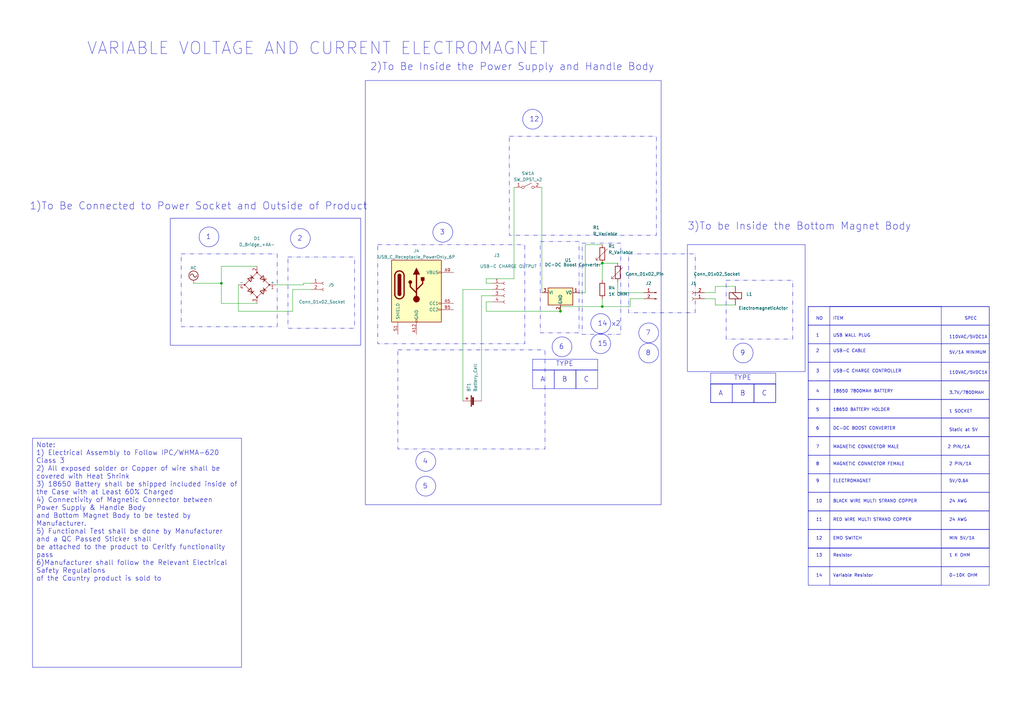
<source format=kicad_sch>
(kicad_sch (version 20230121) (generator eeschema)

  (uuid 0c51aa83-2cc4-4414-8a2b-f591985e0a61)

  (paper "A3")

  (lib_symbols
    (symbol "Connector:Conn_01x02_Pin" (pin_names (offset 1.016) hide) (in_bom yes) (on_board yes)
      (property "Reference" "J" (at 0 2.54 0)
        (effects (font (size 1.27 1.27)))
      )
      (property "Value" "Conn_01x02_Pin" (at 0 -5.08 0)
        (effects (font (size 1.27 1.27)))
      )
      (property "Footprint" "" (at 0 0 0)
        (effects (font (size 1.27 1.27)) hide)
      )
      (property "Datasheet" "~" (at 0 0 0)
        (effects (font (size 1.27 1.27)) hide)
      )
      (property "ki_locked" "" (at 0 0 0)
        (effects (font (size 1.27 1.27)))
      )
      (property "ki_keywords" "connector" (at 0 0 0)
        (effects (font (size 1.27 1.27)) hide)
      )
      (property "ki_description" "Generic connector, single row, 01x02, script generated" (at 0 0 0)
        (effects (font (size 1.27 1.27)) hide)
      )
      (property "ki_fp_filters" "Connector*:*_1x??_*" (at 0 0 0)
        (effects (font (size 1.27 1.27)) hide)
      )
      (symbol "Conn_01x02_Pin_1_1"
        (polyline
          (pts
            (xy 1.27 -2.54)
            (xy 0.8636 -2.54)
          )
          (stroke (width 0.1524) (type default))
          (fill (type none))
        )
        (polyline
          (pts
            (xy 1.27 0)
            (xy 0.8636 0)
          )
          (stroke (width 0.1524) (type default))
          (fill (type none))
        )
        (rectangle (start 0.8636 -2.413) (end 0 -2.667)
          (stroke (width 0.1524) (type default))
          (fill (type outline))
        )
        (rectangle (start 0.8636 0.127) (end 0 -0.127)
          (stroke (width 0.1524) (type default))
          (fill (type outline))
        )
        (pin passive line (at 5.08 0 180) (length 3.81)
          (name "Pin_1" (effects (font (size 1.27 1.27))))
          (number "1" (effects (font (size 1.27 1.27))))
        )
        (pin passive line (at 5.08 -2.54 180) (length 3.81)
          (name "Pin_2" (effects (font (size 1.27 1.27))))
          (number "2" (effects (font (size 1.27 1.27))))
        )
      )
    )
    (symbol "Connector:Conn_01x02_Socket" (pin_names (offset 1.016) hide) (in_bom yes) (on_board yes)
      (property "Reference" "J" (at 0 2.54 0)
        (effects (font (size 1.27 1.27)))
      )
      (property "Value" "Conn_01x02_Socket" (at 0 -5.08 0)
        (effects (font (size 1.27 1.27)))
      )
      (property "Footprint" "" (at 0 0 0)
        (effects (font (size 1.27 1.27)) hide)
      )
      (property "Datasheet" "~" (at 0 0 0)
        (effects (font (size 1.27 1.27)) hide)
      )
      (property "ki_locked" "" (at 0 0 0)
        (effects (font (size 1.27 1.27)))
      )
      (property "ki_keywords" "connector" (at 0 0 0)
        (effects (font (size 1.27 1.27)) hide)
      )
      (property "ki_description" "Generic connector, single row, 01x02, script generated" (at 0 0 0)
        (effects (font (size 1.27 1.27)) hide)
      )
      (property "ki_fp_filters" "Connector*:*_1x??_*" (at 0 0 0)
        (effects (font (size 1.27 1.27)) hide)
      )
      (symbol "Conn_01x02_Socket_1_1"
        (arc (start 0 -2.032) (mid -0.5058 -2.54) (end 0 -3.048)
          (stroke (width 0.1524) (type default))
          (fill (type none))
        )
        (polyline
          (pts
            (xy -1.27 -2.54)
            (xy -0.508 -2.54)
          )
          (stroke (width 0.1524) (type default))
          (fill (type none))
        )
        (polyline
          (pts
            (xy -1.27 0)
            (xy -0.508 0)
          )
          (stroke (width 0.1524) (type default))
          (fill (type none))
        )
        (arc (start 0 0.508) (mid -0.5058 0) (end 0 -0.508)
          (stroke (width 0.1524) (type default))
          (fill (type none))
        )
        (pin passive line (at -5.08 0 0) (length 3.81)
          (name "Pin_1" (effects (font (size 1.27 1.27))))
          (number "1" (effects (font (size 1.27 1.27))))
        )
        (pin passive line (at -5.08 -2.54 0) (length 3.81)
          (name "Pin_2" (effects (font (size 1.27 1.27))))
          (number "2" (effects (font (size 1.27 1.27))))
        )
      )
    )
    (symbol "Connector:Conn_01x04_Socket" (pin_names (offset 1.016) hide) (in_bom yes) (on_board yes)
      (property "Reference" "J" (at 0 5.08 0)
        (effects (font (size 1.27 1.27)))
      )
      (property "Value" "Conn_01x04_Socket" (at 0 -7.62 0)
        (effects (font (size 1.27 1.27)))
      )
      (property "Footprint" "" (at 0 0 0)
        (effects (font (size 1.27 1.27)) hide)
      )
      (property "Datasheet" "~" (at 0 0 0)
        (effects (font (size 1.27 1.27)) hide)
      )
      (property "ki_locked" "" (at 0 0 0)
        (effects (font (size 1.27 1.27)))
      )
      (property "ki_keywords" "connector" (at 0 0 0)
        (effects (font (size 1.27 1.27)) hide)
      )
      (property "ki_description" "Generic connector, single row, 01x04, script generated" (at 0 0 0)
        (effects (font (size 1.27 1.27)) hide)
      )
      (property "ki_fp_filters" "Connector*:*_1x??_*" (at 0 0 0)
        (effects (font (size 1.27 1.27)) hide)
      )
      (symbol "Conn_01x04_Socket_1_1"
        (arc (start 0 -4.572) (mid -0.5058 -5.08) (end 0 -5.588)
          (stroke (width 0.1524) (type default))
          (fill (type none))
        )
        (arc (start 0 -2.032) (mid -0.5058 -2.54) (end 0 -3.048)
          (stroke (width 0.1524) (type default))
          (fill (type none))
        )
        (polyline
          (pts
            (xy -1.27 -5.08)
            (xy -0.508 -5.08)
          )
          (stroke (width 0.1524) (type default))
          (fill (type none))
        )
        (polyline
          (pts
            (xy -1.27 -2.54)
            (xy -0.508 -2.54)
          )
          (stroke (width 0.1524) (type default))
          (fill (type none))
        )
        (polyline
          (pts
            (xy -1.27 0)
            (xy -0.508 0)
          )
          (stroke (width 0.1524) (type default))
          (fill (type none))
        )
        (polyline
          (pts
            (xy -1.27 2.54)
            (xy -0.508 2.54)
          )
          (stroke (width 0.1524) (type default))
          (fill (type none))
        )
        (arc (start 0 0.508) (mid -0.5058 0) (end 0 -0.508)
          (stroke (width 0.1524) (type default))
          (fill (type none))
        )
        (arc (start 0 3.048) (mid -0.5058 2.54) (end 0 2.032)
          (stroke (width 0.1524) (type default))
          (fill (type none))
        )
        (pin passive line (at -5.08 2.54 0) (length 3.81)
          (name "Pin_1" (effects (font (size 1.27 1.27))))
          (number "1" (effects (font (size 1.27 1.27))))
        )
        (pin passive line (at -5.08 0 0) (length 3.81)
          (name "Pin_2" (effects (font (size 1.27 1.27))))
          (number "2" (effects (font (size 1.27 1.27))))
        )
        (pin passive line (at -5.08 -2.54 0) (length 3.81)
          (name "Pin_3" (effects (font (size 1.27 1.27))))
          (number "3" (effects (font (size 1.27 1.27))))
        )
        (pin passive line (at -5.08 -5.08 0) (length 3.81)
          (name "Pin_4" (effects (font (size 1.27 1.27))))
          (number "4" (effects (font (size 1.27 1.27))))
        )
      )
    )
    (symbol "Connector:USB_C_Receptacle_PowerOnly_6P" (pin_names (offset 1.016)) (in_bom yes) (on_board yes)
      (property "Reference" "J" (at 0 16.51 0)
        (effects (font (size 1.27 1.27)) (justify bottom))
      )
      (property "Value" "USB_C_Receptacle_PowerOnly_6P" (at 0 13.97 0)
        (effects (font (size 1.27 1.27)) (justify bottom))
      )
      (property "Footprint" "" (at 3.81 2.54 0)
        (effects (font (size 1.27 1.27)) hide)
      )
      (property "Datasheet" "https://www.usb.org/sites/default/files/documents/usb_type-c.zip" (at 0 0 0)
        (effects (font (size 1.27 1.27)) hide)
      )
      (property "ki_keywords" "usb universal serial bus type-C power-only charging-only 6P 6C" (at 0 0 0)
        (effects (font (size 1.27 1.27)) hide)
      )
      (property "ki_description" "USB Power-Only 6P Type-C Receptacle connector" (at 0 0 0)
        (effects (font (size 1.27 1.27)) hide)
      )
      (property "ki_fp_filters" "USB*C*Receptacle*" (at 0 0 0)
        (effects (font (size 1.27 1.27)) hide)
      )
      (symbol "USB_C_Receptacle_PowerOnly_6P_0_0"
        (rectangle (start -0.254 -12.7) (end 0.254 -11.684)
          (stroke (width 0) (type default))
          (fill (type none))
        )
        (rectangle (start 10.16 -7.366) (end 9.144 -7.874)
          (stroke (width 0) (type default))
          (fill (type none))
        )
        (rectangle (start 10.16 -4.826) (end 9.144 -5.334)
          (stroke (width 0) (type default))
          (fill (type none))
        )
        (rectangle (start 10.16 7.874) (end 9.144 7.366)
          (stroke (width 0) (type default))
          (fill (type none))
        )
      )
      (symbol "USB_C_Receptacle_PowerOnly_6P_0_1"
        (rectangle (start -10.16 12.7) (end 10.16 -12.7)
          (stroke (width 0.254) (type default))
          (fill (type background))
        )
        (arc (start -8.89 -1.27) (mid -6.985 -3.1667) (end -5.08 -1.27)
          (stroke (width 0.508) (type default))
          (fill (type none))
        )
        (arc (start -7.62 -1.27) (mid -6.985 -1.9023) (end -6.35 -1.27)
          (stroke (width 0.254) (type default))
          (fill (type none))
        )
        (arc (start -7.62 -1.27) (mid -6.985 -1.9023) (end -6.35 -1.27)
          (stroke (width 0.254) (type default))
          (fill (type outline))
        )
        (rectangle (start -7.62 -1.27) (end -6.35 6.35)
          (stroke (width 0.254) (type default))
          (fill (type outline))
        )
        (arc (start -6.35 6.35) (mid -6.985 6.9823) (end -7.62 6.35)
          (stroke (width 0.254) (type default))
          (fill (type none))
        )
        (arc (start -6.35 6.35) (mid -6.985 6.9823) (end -7.62 6.35)
          (stroke (width 0.254) (type default))
          (fill (type outline))
        )
        (arc (start -5.08 6.35) (mid -6.985 8.2467) (end -8.89 6.35)
          (stroke (width 0.508) (type default))
          (fill (type none))
        )
        (circle (center -2.54 3.683) (radius 0.635)
          (stroke (width 0.254) (type default))
          (fill (type outline))
        )
        (circle (center 0 -3.302) (radius 1.27)
          (stroke (width 0) (type default))
          (fill (type outline))
        )
        (polyline
          (pts
            (xy -8.89 -1.27)
            (xy -8.89 6.35)
          )
          (stroke (width 0.508) (type default))
          (fill (type none))
        )
        (polyline
          (pts
            (xy -5.08 6.35)
            (xy -5.08 -1.27)
          )
          (stroke (width 0.508) (type default))
          (fill (type none))
        )
        (polyline
          (pts
            (xy 0 -3.302)
            (xy 0 6.858)
          )
          (stroke (width 0.508) (type default))
          (fill (type none))
        )
        (polyline
          (pts
            (xy 0 -0.762)
            (xy -2.54 1.778)
            (xy -2.54 3.048)
          )
          (stroke (width 0.508) (type default))
          (fill (type none))
        )
        (polyline
          (pts
            (xy 0 0.508)
            (xy 2.54 3.048)
            (xy 2.54 4.318)
          )
          (stroke (width 0.508) (type default))
          (fill (type none))
        )
        (polyline
          (pts
            (xy -1.27 6.858)
            (xy 0 9.398)
            (xy 1.27 6.858)
            (xy -1.27 6.858)
          )
          (stroke (width 0.254) (type default))
          (fill (type outline))
        )
        (rectangle (start 1.905 4.318) (end 3.175 5.588)
          (stroke (width 0.254) (type default))
          (fill (type outline))
        )
      )
      (symbol "USB_C_Receptacle_PowerOnly_6P_1_1"
        (pin passive line (at 0 -17.78 90) (length 5.08)
          (name "GND" (effects (font (size 1.27 1.27))))
          (number "A12" (effects (font (size 1.27 1.27))))
        )
        (pin bidirectional line (at 15.24 -5.08 180) (length 5.08)
          (name "CC1" (effects (font (size 1.27 1.27))))
          (number "A5" (effects (font (size 1.27 1.27))))
        )
        (pin passive line (at 15.24 7.62 180) (length 5.08)
          (name "VBUS" (effects (font (size 1.27 1.27))))
          (number "A9" (effects (font (size 1.27 1.27))))
        )
        (pin passive line (at 0 -17.78 90) (length 5.08) hide
          (name "GND" (effects (font (size 1.27 1.27))))
          (number "B12" (effects (font (size 1.27 1.27))))
        )
        (pin bidirectional line (at 15.24 -7.62 180) (length 5.08)
          (name "CC2" (effects (font (size 1.27 1.27))))
          (number "B5" (effects (font (size 1.27 1.27))))
        )
        (pin passive line (at 15.24 7.62 180) (length 5.08) hide
          (name "VBUS" (effects (font (size 1.27 1.27))))
          (number "B9" (effects (font (size 1.27 1.27))))
        )
        (pin passive line (at -7.62 -17.78 90) (length 5.08)
          (name "SHIELD" (effects (font (size 1.27 1.27))))
          (number "S1" (effects (font (size 1.27 1.27))))
        )
      )
    )
    (symbol "Device:Battery_Cell" (pin_numbers hide) (pin_names (offset 0) hide) (in_bom yes) (on_board yes)
      (property "Reference" "BT" (at 2.54 2.54 0)
        (effects (font (size 1.27 1.27)) (justify left))
      )
      (property "Value" "Battery_Cell" (at 2.54 0 0)
        (effects (font (size 1.27 1.27)) (justify left))
      )
      (property "Footprint" "" (at 0 1.524 90)
        (effects (font (size 1.27 1.27)) hide)
      )
      (property "Datasheet" "~" (at 0 1.524 90)
        (effects (font (size 1.27 1.27)) hide)
      )
      (property "ki_keywords" "battery cell" (at 0 0 0)
        (effects (font (size 1.27 1.27)) hide)
      )
      (property "ki_description" "Single-cell battery" (at 0 0 0)
        (effects (font (size 1.27 1.27)) hide)
      )
      (symbol "Battery_Cell_0_1"
        (rectangle (start -2.286 1.778) (end 2.286 1.524)
          (stroke (width 0) (type default))
          (fill (type outline))
        )
        (rectangle (start -1.5748 1.1938) (end 1.4732 0.6858)
          (stroke (width 0) (type default))
          (fill (type outline))
        )
        (polyline
          (pts
            (xy 0 0.762)
            (xy 0 0)
          )
          (stroke (width 0) (type default))
          (fill (type none))
        )
        (polyline
          (pts
            (xy 0 1.778)
            (xy 0 2.54)
          )
          (stroke (width 0) (type default))
          (fill (type none))
        )
        (polyline
          (pts
            (xy 0.508 3.429)
            (xy 1.524 3.429)
          )
          (stroke (width 0.254) (type default))
          (fill (type none))
        )
        (polyline
          (pts
            (xy 1.016 3.937)
            (xy 1.016 2.921)
          )
          (stroke (width 0.254) (type default))
          (fill (type none))
        )
      )
      (symbol "Battery_Cell_1_1"
        (pin passive line (at 0 5.08 270) (length 2.54)
          (name "+" (effects (font (size 1.27 1.27))))
          (number "1" (effects (font (size 1.27 1.27))))
        )
        (pin passive line (at 0 -2.54 90) (length 2.54)
          (name "-" (effects (font (size 1.27 1.27))))
          (number "2" (effects (font (size 1.27 1.27))))
        )
      )
    )
    (symbol "Device:D_Bridge_+AA-" (pin_names (offset 0)) (in_bom yes) (on_board yes)
      (property "Reference" "D" (at 2.54 6.985 0)
        (effects (font (size 1.27 1.27)) (justify left))
      )
      (property "Value" "D_Bridge_+AA-" (at 2.54 5.08 0)
        (effects (font (size 1.27 1.27)) (justify left))
      )
      (property "Footprint" "" (at 0 0 0)
        (effects (font (size 1.27 1.27)) hide)
      )
      (property "Datasheet" "~" (at 0 0 0)
        (effects (font (size 1.27 1.27)) hide)
      )
      (property "ki_keywords" "rectifier ACDC" (at 0 0 0)
        (effects (font (size 1.27 1.27)) hide)
      )
      (property "ki_description" "Diode bridge, +ve/AC/AC/-ve" (at 0 0 0)
        (effects (font (size 1.27 1.27)) hide)
      )
      (property "ki_fp_filters" "D*Bridge* D*Rectifier*" (at 0 0 0)
        (effects (font (size 1.27 1.27)) hide)
      )
      (symbol "D_Bridge_+AA-_0_1"
        (circle (center -5.08 0) (radius 0.254)
          (stroke (width 0) (type default))
          (fill (type outline))
        )
        (circle (center 0 -5.08) (radius 0.254)
          (stroke (width 0) (type default))
          (fill (type outline))
        )
        (polyline
          (pts
            (xy -2.54 3.81)
            (xy -1.27 2.54)
          )
          (stroke (width 0.254) (type default))
          (fill (type none))
        )
        (polyline
          (pts
            (xy -1.27 -2.54)
            (xy -2.54 -3.81)
          )
          (stroke (width 0.254) (type default))
          (fill (type none))
        )
        (polyline
          (pts
            (xy 2.54 -1.27)
            (xy 3.81 -2.54)
          )
          (stroke (width 0.254) (type default))
          (fill (type none))
        )
        (polyline
          (pts
            (xy 2.54 1.27)
            (xy 3.81 2.54)
          )
          (stroke (width 0.254) (type default))
          (fill (type none))
        )
        (polyline
          (pts
            (xy -3.81 2.54)
            (xy -2.54 1.27)
            (xy -1.905 3.175)
            (xy -3.81 2.54)
          )
          (stroke (width 0.254) (type default))
          (fill (type none))
        )
        (polyline
          (pts
            (xy -2.54 -1.27)
            (xy -3.81 -2.54)
            (xy -1.905 -3.175)
            (xy -2.54 -1.27)
          )
          (stroke (width 0.254) (type default))
          (fill (type none))
        )
        (polyline
          (pts
            (xy 1.27 2.54)
            (xy 2.54 3.81)
            (xy 3.175 1.905)
            (xy 1.27 2.54)
          )
          (stroke (width 0.254) (type default))
          (fill (type none))
        )
        (polyline
          (pts
            (xy 3.175 -1.905)
            (xy 1.27 -2.54)
            (xy 2.54 -3.81)
            (xy 3.175 -1.905)
          )
          (stroke (width 0.254) (type default))
          (fill (type none))
        )
        (polyline
          (pts
            (xy -5.08 0)
            (xy 0 -5.08)
            (xy 5.08 0)
            (xy 0 5.08)
            (xy -5.08 0)
          )
          (stroke (width 0) (type default))
          (fill (type none))
        )
        (circle (center 0 5.08) (radius 0.254)
          (stroke (width 0) (type default))
          (fill (type outline))
        )
        (circle (center 5.08 0) (radius 0.254)
          (stroke (width 0) (type default))
          (fill (type outline))
        )
      )
      (symbol "D_Bridge_+AA-_1_1"
        (pin passive line (at 7.62 0 180) (length 2.54)
          (name "+" (effects (font (size 1.27 1.27))))
          (number "1" (effects (font (size 1.27 1.27))))
        )
        (pin passive line (at 0 7.62 270) (length 2.54)
          (name "~" (effects (font (size 1.27 1.27))))
          (number "2" (effects (font (size 1.27 1.27))))
        )
        (pin passive line (at 0 -7.62 90) (length 2.54)
          (name "~" (effects (font (size 1.27 1.27))))
          (number "3" (effects (font (size 1.27 1.27))))
        )
        (pin passive line (at -7.62 0 0) (length 2.54)
          (name "-" (effects (font (size 1.27 1.27))))
          (number "4" (effects (font (size 1.27 1.27))))
        )
      )
    )
    (symbol "Device:ElectromagneticActor" (pin_numbers hide) (pin_names (offset 0.0254) hide) (in_bom yes) (on_board yes)
      (property "Reference" "L" (at 1.27 3.81 0)
        (effects (font (size 1.27 1.27)) (justify left))
      )
      (property "Value" "ElectromagneticActor" (at 1.27 -1.27 0)
        (effects (font (size 1.27 1.27)) (justify left))
      )
      (property "Footprint" "" (at -0.635 2.54 90)
        (effects (font (size 1.27 1.27)) hide)
      )
      (property "Datasheet" "~" (at -0.635 2.54 90)
        (effects (font (size 1.27 1.27)) hide)
      )
      (property "ki_keywords" "electromagnet coil inductor" (at 0 0 0)
        (effects (font (size 1.27 1.27)) hide)
      )
      (property "ki_description" "Electromagnetic actor" (at 0 0 0)
        (effects (font (size 1.27 1.27)) hide)
      )
      (property "ki_fp_filters" "Inductor_* L_*" (at 0 0 0)
        (effects (font (size 1.27 1.27)) hide)
      )
      (symbol "ElectromagneticActor_0_1"
        (rectangle (start -2.54 2.54) (end 2.54 0)
          (stroke (width 0.254) (type default))
          (fill (type none))
        )
        (polyline
          (pts
            (xy -1.27 2.54)
            (xy 1.27 0)
          )
          (stroke (width 0.254) (type default))
          (fill (type none))
        )
      )
      (symbol "ElectromagneticActor_1_1"
        (pin passive line (at 0 5.08 270) (length 2.54)
          (name "-" (effects (font (size 1.27 1.27))))
          (number "1" (effects (font (size 1.27 1.27))))
        )
        (pin passive line (at 0 -2.54 90) (length 2.54)
          (name "+" (effects (font (size 1.27 1.27))))
          (number "2" (effects (font (size 1.27 1.27))))
        )
      )
    )
    (symbol "Device:R" (pin_numbers hide) (pin_names (offset 0)) (in_bom yes) (on_board yes)
      (property "Reference" "R" (at 2.032 0 90)
        (effects (font (size 1.27 1.27)))
      )
      (property "Value" "R" (at 0 0 90)
        (effects (font (size 1.27 1.27)))
      )
      (property "Footprint" "" (at -1.778 0 90)
        (effects (font (size 1.27 1.27)) hide)
      )
      (property "Datasheet" "~" (at 0 0 0)
        (effects (font (size 1.27 1.27)) hide)
      )
      (property "ki_keywords" "R res resistor" (at 0 0 0)
        (effects (font (size 1.27 1.27)) hide)
      )
      (property "ki_description" "Resistor" (at 0 0 0)
        (effects (font (size 1.27 1.27)) hide)
      )
      (property "ki_fp_filters" "R_*" (at 0 0 0)
        (effects (font (size 1.27 1.27)) hide)
      )
      (symbol "R_0_1"
        (rectangle (start -1.016 -2.54) (end 1.016 2.54)
          (stroke (width 0.254) (type default))
          (fill (type none))
        )
      )
      (symbol "R_1_1"
        (pin passive line (at 0 3.81 270) (length 1.27)
          (name "~" (effects (font (size 1.27 1.27))))
          (number "1" (effects (font (size 1.27 1.27))))
        )
        (pin passive line (at 0 -3.81 90) (length 1.27)
          (name "~" (effects (font (size 1.27 1.27))))
          (number "2" (effects (font (size 1.27 1.27))))
        )
      )
    )
    (symbol "Device:R_Variable" (pin_numbers hide) (pin_names (offset 0)) (in_bom yes) (on_board yes)
      (property "Reference" "R" (at 2.54 -2.54 90)
        (effects (font (size 1.27 1.27)) (justify left))
      )
      (property "Value" "R_Variable" (at -2.54 -1.27 90)
        (effects (font (size 1.27 1.27)) (justify left))
      )
      (property "Footprint" "" (at -1.778 0 90)
        (effects (font (size 1.27 1.27)) hide)
      )
      (property "Datasheet" "~" (at 0 0 0)
        (effects (font (size 1.27 1.27)) hide)
      )
      (property "ki_keywords" "R res resistor variable potentiometer rheostat" (at 0 0 0)
        (effects (font (size 1.27 1.27)) hide)
      )
      (property "ki_description" "Variable resistor" (at 0 0 0)
        (effects (font (size 1.27 1.27)) hide)
      )
      (property "ki_fp_filters" "R_*" (at 0 0 0)
        (effects (font (size 1.27 1.27)) hide)
      )
      (symbol "R_Variable_0_1"
        (rectangle (start -1.016 -2.54) (end 1.016 2.54)
          (stroke (width 0.254) (type default))
          (fill (type none))
        )
        (polyline
          (pts
            (xy 2.54 1.524)
            (xy 2.54 2.54)
            (xy 1.524 2.54)
            (xy 2.54 2.54)
            (xy -2.032 -2.032)
          )
          (stroke (width 0) (type default))
          (fill (type none))
        )
      )
      (symbol "R_Variable_1_1"
        (pin passive line (at 0 3.81 270) (length 1.27)
          (name "~" (effects (font (size 1.27 1.27))))
          (number "1" (effects (font (size 1.27 1.27))))
        )
        (pin passive line (at 0 -3.81 90) (length 1.27)
          (name "~" (effects (font (size 1.27 1.27))))
          (number "2" (effects (font (size 1.27 1.27))))
        )
      )
    )
    (symbol "Regulator_Linear:L78L05_TO92" (pin_names (offset 0.254)) (in_bom yes) (on_board yes)
      (property "Reference" "U" (at -3.81 3.175 0)
        (effects (font (size 1.27 1.27)))
      )
      (property "Value" "L78L05_TO92" (at 0 3.175 0)
        (effects (font (size 1.27 1.27)) (justify left))
      )
      (property "Footprint" "Package_TO_SOT_THT:TO-92_Inline" (at 0 5.715 0)
        (effects (font (size 1.27 1.27) italic) hide)
      )
      (property "Datasheet" "http://www.st.com/content/ccc/resource/technical/document/datasheet/15/55/e5/aa/23/5b/43/fd/CD00000446.pdf/files/CD00000446.pdf/jcr:content/translations/en.CD00000446.pdf" (at 0 -1.27 0)
        (effects (font (size 1.27 1.27)) hide)
      )
      (property "ki_keywords" "Voltage Regulator 100mA Positive" (at 0 0 0)
        (effects (font (size 1.27 1.27)) hide)
      )
      (property "ki_description" "Positive 100mA 30V Linear Regulator, Fixed Output 5V, TO-92" (at 0 0 0)
        (effects (font (size 1.27 1.27)) hide)
      )
      (property "ki_fp_filters" "TO?92*" (at 0 0 0)
        (effects (font (size 1.27 1.27)) hide)
      )
      (symbol "L78L05_TO92_0_1"
        (rectangle (start -5.08 -5.08) (end 5.08 1.905)
          (stroke (width 0.254) (type default))
          (fill (type background))
        )
      )
      (symbol "L78L05_TO92_1_1"
        (pin power_out line (at 7.62 0 180) (length 2.54)
          (name "VO" (effects (font (size 1.27 1.27))))
          (number "1" (effects (font (size 1.27 1.27))))
        )
        (pin power_in line (at 0 -7.62 90) (length 2.54)
          (name "GND" (effects (font (size 1.27 1.27))))
          (number "2" (effects (font (size 1.27 1.27))))
        )
        (pin power_in line (at -7.62 0 0) (length 2.54)
          (name "VI" (effects (font (size 1.27 1.27))))
          (number "3" (effects (font (size 1.27 1.27))))
        )
      )
    )
    (symbol "Switch:SW_DPST_x2" (pin_names (offset 0) hide) (in_bom yes) (on_board yes)
      (property "Reference" "SW" (at 0 3.175 0)
        (effects (font (size 1.27 1.27)))
      )
      (property "Value" "SW_DPST_x2" (at 0 -2.54 0)
        (effects (font (size 1.27 1.27)))
      )
      (property "Footprint" "" (at 0 0 0)
        (effects (font (size 1.27 1.27)) hide)
      )
      (property "Datasheet" "~" (at 0 0 0)
        (effects (font (size 1.27 1.27)) hide)
      )
      (property "ki_keywords" "switch lever" (at 0 0 0)
        (effects (font (size 1.27 1.27)) hide)
      )
      (property "ki_description" "Single Pole Single Throw (SPST) switch, separate symbol" (at 0 0 0)
        (effects (font (size 1.27 1.27)) hide)
      )
      (symbol "SW_DPST_x2_0_0"
        (circle (center -2.032 0) (radius 0.508)
          (stroke (width 0) (type default))
          (fill (type none))
        )
        (polyline
          (pts
            (xy -1.524 0.254)
            (xy 1.524 1.778)
          )
          (stroke (width 0) (type default))
          (fill (type none))
        )
        (circle (center 2.032 0) (radius 0.508)
          (stroke (width 0) (type default))
          (fill (type none))
        )
      )
      (symbol "SW_DPST_x2_1_1"
        (pin passive line (at -5.08 0 0) (length 2.54)
          (name "A" (effects (font (size 1.27 1.27))))
          (number "1" (effects (font (size 1.27 1.27))))
        )
        (pin passive line (at 5.08 0 180) (length 2.54)
          (name "B" (effects (font (size 1.27 1.27))))
          (number "2" (effects (font (size 1.27 1.27))))
        )
      )
      (symbol "SW_DPST_x2_2_1"
        (pin passive line (at -5.08 0 0) (length 2.54)
          (name "A" (effects (font (size 1.27 1.27))))
          (number "3" (effects (font (size 1.27 1.27))))
        )
        (pin passive line (at 5.08 0 180) (length 2.54)
          (name "B" (effects (font (size 1.27 1.27))))
          (number "4" (effects (font (size 1.27 1.27))))
        )
      )
    )
    (symbol "power:AC" (power) (pin_names (offset 0)) (in_bom yes) (on_board yes)
      (property "Reference" "#PWR" (at 0 -2.54 0)
        (effects (font (size 1.27 1.27)) hide)
      )
      (property "Value" "AC" (at 0 6.35 0)
        (effects (font (size 1.27 1.27)))
      )
      (property "Footprint" "" (at 0 0 0)
        (effects (font (size 1.27 1.27)) hide)
      )
      (property "Datasheet" "" (at 0 0 0)
        (effects (font (size 1.27 1.27)) hide)
      )
      (property "ki_keywords" "global power" (at 0 0 0)
        (effects (font (size 1.27 1.27)) hide)
      )
      (property "ki_description" "Power symbol creates a global label with name \"AC\"" (at 0 0 0)
        (effects (font (size 1.27 1.27)) hide)
      )
      (symbol "AC_0_1"
        (polyline
          (pts
            (xy 0 0)
            (xy 0 1.27)
          )
          (stroke (width 0) (type default))
          (fill (type none))
        )
        (arc (start 0 3.175) (mid -0.635 3.8073) (end -1.27 3.175)
          (stroke (width 0.254) (type default))
          (fill (type none))
        )
        (arc (start 0 3.175) (mid 0.635 2.5427) (end 1.27 3.175)
          (stroke (width 0.254) (type default))
          (fill (type none))
        )
        (circle (center 0 3.175) (radius 1.905)
          (stroke (width 0.254) (type default))
          (fill (type none))
        )
      )
      (symbol "AC_1_1"
        (pin power_in line (at 0 0 90) (length 0) hide
          (name "AC" (effects (font (size 1.27 1.27))))
          (number "1" (effects (font (size 1.27 1.27))))
        )
      )
    )
  )

  (junction (at 90.805 116.205) (diameter 0) (color 0 0 0 0)
    (uuid 1caae129-c534-4863-b265-7f3aa9916a24)
  )
  (junction (at 247.015 107.95) (diameter 0) (color 0 0 0 0)
    (uuid 7d31190b-5255-4f9c-9271-d9682cb091b2)
  )
  (junction (at 229.87 127.635) (diameter 0) (color 0 0 0 0)
    (uuid a9ee5fe9-8aa8-4ef1-8a06-bb0df040ccaf)
  )
  (junction (at 247.015 125.73) (diameter 0) (color 0 0 0 0)
    (uuid e9b7a512-b6f0-4f3b-8391-43a00c42f0a6)
  )

  (wire (pts (xy 197.485 121.285) (xy 201.93 121.285))
    (stroke (width 0) (type default))
    (uuid 00ad5d93-e998-4829-861d-80cbaae62e8e)
  )
  (wire (pts (xy 240.03 100.33) (xy 247.015 100.33))
    (stroke (width 0) (type default))
    (uuid 0416e533-5e26-4982-98c3-075e7157692d)
  )
  (wire (pts (xy 199.39 123.825) (xy 201.93 123.825))
    (stroke (width 0) (type default))
    (uuid 0b1fba91-4314-44e5-8367-063c9b69cf15)
  )
  (wire (pts (xy 124.46 116.84) (xy 124.46 116.205))
    (stroke (width 0) (type default))
    (uuid 12c1ffc1-d674-46a8-80e1-f9e72ca47b05)
  )
  (wire (pts (xy 293.37 120.015) (xy 288.925 120.015))
    (stroke (width 0) (type default))
    (uuid 134deb0b-a870-46c4-8ca9-b94001a59cbb)
  )
  (wire (pts (xy 258.445 125.73) (xy 258.445 122.555))
    (stroke (width 0) (type default))
    (uuid 14cef2bc-1a37-442f-9742-d84c8a9f732d)
  )
  (wire (pts (xy 247.015 107.95) (xy 247.015 114.935))
    (stroke (width 0) (type default))
    (uuid 15818b56-bbba-4d9e-a00d-5740caebf254)
  )
  (wire (pts (xy 258.445 122.555) (xy 264.16 122.555))
    (stroke (width 0) (type default))
    (uuid 23484950-1748-471f-8f3c-cee9b85347ff)
  )
  (wire (pts (xy 237.49 120.015) (xy 240.03 120.015))
    (stroke (width 0) (type default))
    (uuid 2a7a47d6-d18b-4635-a362-10ca4fd627d6)
  )
  (wire (pts (xy 222.25 76.835) (xy 221.615 76.835))
    (stroke (width 0) (type default))
    (uuid 2c397c73-50ac-4157-9cce-67312c2b9ee6)
  )
  (wire (pts (xy 210.82 76.835) (xy 210.82 114.3))
    (stroke (width 0) (type default))
    (uuid 31eca93e-5454-4a6a-b75d-f2cb52c4341d)
  )
  (wire (pts (xy 210.82 76.835) (xy 211.455 76.835))
    (stroke (width 0) (type default))
    (uuid 33a8ca79-6953-438b-97f4-759cb8801010)
  )
  (wire (pts (xy 293.37 117.475) (xy 293.37 120.015))
    (stroke (width 0) (type default))
    (uuid 37b219f0-ccfb-42ca-a880-5d0d0010229f)
  )
  (wire (pts (xy 197.485 121.285) (xy 197.485 164.465))
    (stroke (width 0) (type default))
    (uuid 386215f4-e9e6-48bb-9b9d-76931e1401d0)
  )
  (wire (pts (xy 199.39 116.205) (xy 201.93 116.205))
    (stroke (width 0) (type default))
    (uuid 3fb42437-40f0-4ac6-b149-ea7de1480f3f)
  )
  (wire (pts (xy 253.365 120.015) (xy 264.16 120.015))
    (stroke (width 0) (type default))
    (uuid 41f4e60b-f9c0-4359-8f98-1f5ac316a995)
  )
  (wire (pts (xy 229.87 125.73) (xy 247.015 125.73))
    (stroke (width 0) (type default))
    (uuid 427f9cfd-d70d-4c1a-9f1b-0e3075f34c89)
  )
  (wire (pts (xy 301.625 117.475) (xy 293.37 117.475))
    (stroke (width 0) (type default))
    (uuid 4d9b9728-70d6-4f75-8e7f-0807b1576b92)
  )
  (wire (pts (xy 120.015 118.745) (xy 127.635 118.745))
    (stroke (width 0) (type default))
    (uuid 5dd06226-386c-4648-a2f4-00d16a9479dd)
  )
  (wire (pts (xy 90.805 116.205) (xy 90.805 124.46))
    (stroke (width 0) (type default))
    (uuid 63394242-76da-4100-bebe-20e42656cfbb)
  )
  (wire (pts (xy 120.015 127.635) (xy 120.015 118.745))
    (stroke (width 0) (type default))
    (uuid 64b76c02-82e0-491b-b8ee-a5b737f0c1c9)
  )
  (wire (pts (xy 97.79 127.635) (xy 120.015 127.635))
    (stroke (width 0) (type default))
    (uuid 69f08466-b0b0-49b9-a460-31585058b698)
  )
  (wire (pts (xy 79.375 116.205) (xy 90.805 116.205))
    (stroke (width 0) (type default))
    (uuid 6cee3392-12ce-467b-976c-867be1285ad2)
  )
  (wire (pts (xy 105.41 109.22) (xy 90.805 109.22))
    (stroke (width 0) (type default))
    (uuid 6dfd5ba5-ed5b-46d2-b367-22fda93bf61d)
  )
  (wire (pts (xy 247.015 122.555) (xy 247.015 125.73))
    (stroke (width 0) (type default))
    (uuid 7e98e9df-6059-4bf3-93f4-ac4113c0e745)
  )
  (wire (pts (xy 189.865 118.745) (xy 189.865 164.465))
    (stroke (width 0) (type default))
    (uuid 8112af3f-51da-4dd3-b55a-129e3d91eeae)
  )
  (wire (pts (xy 229.87 125.73) (xy 229.87 127.635))
    (stroke (width 0) (type default))
    (uuid 8d8452b8-a1a4-42dd-8f1f-d0018eb2cd5f)
  )
  (wire (pts (xy 199.39 127.635) (xy 229.87 127.635))
    (stroke (width 0) (type default))
    (uuid 8f2bb98a-25f8-47ce-b44a-0adc451ee7d0)
  )
  (wire (pts (xy 301.625 125.095) (xy 293.37 125.095))
    (stroke (width 0) (type default))
    (uuid 926e7a84-e3ef-43f2-87e9-ae456549b7b4)
  )
  (wire (pts (xy 97.79 116.84) (xy 97.79 127.635))
    (stroke (width 0) (type default))
    (uuid 94fd86bd-89c4-4fdd-8be0-b95f4c505175)
  )
  (wire (pts (xy 199.39 127.635) (xy 199.39 123.825))
    (stroke (width 0) (type default))
    (uuid 98358b6a-3bb3-41e5-b324-ee4f4dbc9fb7)
  )
  (wire (pts (xy 293.37 122.555) (xy 288.925 122.555))
    (stroke (width 0) (type default))
    (uuid 9d7df35f-7756-4f1f-a97c-14cfad2f1755)
  )
  (wire (pts (xy 199.39 114.3) (xy 210.82 114.3))
    (stroke (width 0) (type default))
    (uuid 9f49e59e-422d-4f77-b9f1-498ec0b21198)
  )
  (wire (pts (xy 189.865 118.745) (xy 201.93 118.745))
    (stroke (width 0) (type default))
    (uuid a0a8e48d-b718-4866-baf6-aefc6bcb4c5f)
  )
  (wire (pts (xy 253.365 115.57) (xy 253.365 120.015))
    (stroke (width 0) (type default))
    (uuid a247126f-0fee-49ef-a466-965e6fb80eb2)
  )
  (wire (pts (xy 293.37 125.095) (xy 293.37 122.555))
    (stroke (width 0) (type default))
    (uuid b286f525-f10f-400a-953b-d75f443b7839)
  )
  (wire (pts (xy 240.03 100.33) (xy 240.03 120.015))
    (stroke (width 0) (type default))
    (uuid bfd524e0-5a4d-4adc-b90f-37ed217f2298)
  )
  (wire (pts (xy 222.25 76.835) (xy 222.25 120.015))
    (stroke (width 0) (type default))
    (uuid bff2f4be-0f4a-4055-98e2-ae2d87dd0165)
  )
  (wire (pts (xy 199.39 116.205) (xy 199.39 114.3))
    (stroke (width 0) (type default))
    (uuid cec71028-a919-44d1-ab50-f78a221b40a3)
  )
  (wire (pts (xy 90.805 124.46) (xy 105.41 124.46))
    (stroke (width 0) (type default))
    (uuid d6c35236-22b0-472c-9e8f-84b97b5400b5)
  )
  (wire (pts (xy 90.805 109.22) (xy 90.805 116.205))
    (stroke (width 0) (type default))
    (uuid da069afa-5c6f-488f-be31-43931db8e02a)
  )
  (wire (pts (xy 113.03 116.84) (xy 124.46 116.84))
    (stroke (width 0) (type default))
    (uuid de6041dd-ed40-4c61-8a3b-9b8399115fcc)
  )
  (wire (pts (xy 124.46 116.205) (xy 127.635 116.205))
    (stroke (width 0) (type default))
    (uuid f5a127a1-53a9-437d-b6f6-a0b24afce15a)
  )
  (wire (pts (xy 253.365 107.95) (xy 247.015 107.95))
    (stroke (width 0) (type default))
    (uuid f722e05c-cff5-4a47-b9af-6f8e588d3098)
  )
  (wire (pts (xy 247.015 125.73) (xy 258.445 125.73))
    (stroke (width 0) (type default))
    (uuid fde603ad-6681-4bcb-af70-2f9bac649bda)
  )

  (rectangle (start 331.47 179.07) (end 405.765 186.69)
    (stroke (width 0) (type default))
    (fill (type none))
    (uuid 0b96aa07-d3e8-4f08-a69f-078557b1edd2)
  )
  (rectangle (start 154.94 100.33) (end 215.265 140.97)
    (stroke (width 0) (type dash_dot_dot))
    (fill (type none))
    (uuid 0c9c4c56-2f46-4c61-81e2-9da45b33330d)
  )
  (rectangle (start 331.47 224.79) (end 405.765 232.41)
    (stroke (width 0) (type default))
    (fill (type none))
    (uuid 158b1b8a-8a95-46e0-8cdd-97601bc342ed)
  )
  (rectangle (start 340.36 125.73) (end 386.08 240.03)
    (stroke (width 0) (type default))
    (fill (type none))
    (uuid 15cb570c-ef98-422d-8a24-f4df7ed62ac0)
  )
  (rectangle (start 331.47 125.73) (end 405.765 133.35)
    (stroke (width 0) (type default))
    (fill (type none))
    (uuid 1a79b280-6c43-439a-9dba-d7851c029af5)
  )
  (circle (center 181.61 95.25) (radius 4.066)
    (stroke (width 0) (type default))
    (fill (type none))
    (uuid 20507582-80db-4490-9572-0661925a1a41)
  )
  (circle (center 266.065 136.525) (radius 4.066)
    (stroke (width 0) (type default))
    (fill (type none))
    (uuid 213d4aef-bb36-4437-9afc-6a35886f2158)
  )
  (circle (center 174.625 199.39) (radius 4.066)
    (stroke (width 0) (type default))
    (fill (type none))
    (uuid 214c3d3c-bf84-439b-9cde-bbdc6936adc4)
  )
  (rectangle (start 331.47 163.83) (end 405.765 171.45)
    (stroke (width 0) (type default))
    (fill (type none))
    (uuid 256fc599-67f6-4ede-bc02-a3fa8e881b9d)
  )
  (rectangle (start 291.465 157.48) (end 318.135 165.1)
    (stroke (width 0) (type default))
    (fill (type none))
    (uuid 2a462f3f-c569-4a57-8444-6b4b695fab99)
  )
  (circle (center 246.38 140.97) (radius 4.066)
    (stroke (width 0) (type default))
    (fill (type none))
    (uuid 2cacdc00-b193-4a21-a4a2-c42e4f112fe5)
  )
  (rectangle (start 208.915 55.88) (end 269.24 96.52)
    (stroke (width 0) (type dash_dot_dot))
    (fill (type none))
    (uuid 31d14431-2b60-4eee-913e-fb1bd4bba642)
  )
  (rectangle (start 149.86 33.02) (end 271.145 207.01)
    (stroke (width 0) (type default))
    (fill (type none))
    (uuid 4011e844-c5d5-42f6-b9e4-3fdf0d7f74fa)
  )
  (rectangle (start 69.85 89.535) (end 147.955 141.605)
    (stroke (width 0) (type default))
    (fill (type none))
    (uuid 41f474e7-552a-44d0-8c79-59112e91185f)
  )
  (circle (center 85.725 97.155) (radius 4.066)
    (stroke (width 0) (type default))
    (fill (type none))
    (uuid 4c8ebb09-b416-4a7b-8d78-42594fe6e4e7)
  )
  (rectangle (start 291.465 153.035) (end 318.135 157.48)
    (stroke (width 0) (type default))
    (fill (type none))
    (uuid 52d6f750-a54e-46d7-bf02-9ed6d540ce0f)
  )
  (circle (center 246.38 132.715) (radius 4.066)
    (stroke (width 0) (type default))
    (fill (type none))
    (uuid 5889ccec-aa1d-435c-b80c-a6b50fff3c6d)
  )
  (rectangle (start 331.47 125.73) (end 405.765 224.79)
    (stroke (width 0) (type default))
    (fill (type none))
    (uuid 604f3e0c-b114-4b31-8ce1-b4dec19b6524)
  )
  (rectangle (start 227.33 151.765) (end 236.22 159.385)
    (stroke (width 0) (type default))
    (fill (type none))
    (uuid 6242b414-1d71-4adb-8690-5b4b1db8c82a)
  )
  (rectangle (start 331.47 232.41) (end 405.765 240.03)
    (stroke (width 0) (type default))
    (fill (type none))
    (uuid 6a5cb95c-a1a8-4765-be16-049a9cadae1d)
  )
  (circle (center 174.625 189.23) (radius 4.066)
    (stroke (width 0) (type default))
    (fill (type none))
    (uuid 6af476ae-2fd5-417b-89b7-d5cd40b6ed08)
  )
  (rectangle (start 331.47 133.35) (end 405.765 140.97)
    (stroke (width 0) (type default))
    (fill (type none))
    (uuid 6f8a352d-542c-43da-83ae-d692a1257b87)
  )
  (rectangle (start 300.355 157.48) (end 309.245 165.1)
    (stroke (width 0) (type default))
    (fill (type none))
    (uuid 70b1aac9-64ff-490d-9cd5-2245c998dffe)
  )
  (rectangle (start 257.81 104.14) (end 285.115 128.27)
    (stroke (width 0) (type dash_dot_dot))
    (fill (type none))
    (uuid 74719cd8-f842-4811-93e5-2e0b45be841a)
  )
  (rectangle (start 218.44 151.765) (end 227.33 159.385)
    (stroke (width 0) (type default))
    (fill (type none))
    (uuid 77ad60f8-b806-4efd-a475-d64f2e9f8594)
  )
  (rectangle (start 309.245 157.48) (end 318.135 165.1)
    (stroke (width 0) (type default))
    (fill (type none))
    (uuid 788a2bd5-e157-4d91-919b-ab2cb61c9e5a)
  )
  (rectangle (start 331.47 156.21) (end 405.765 163.83)
    (stroke (width 0) (type default))
    (fill (type none))
    (uuid 7fc95197-6b2a-4ea7-8cd9-7f31581f3c8d)
  )
  (rectangle (start 236.22 151.765) (end 245.11 159.385)
    (stroke (width 0) (type default))
    (fill (type none))
    (uuid 858b82c5-5b08-4482-b2ad-7206fcb97e79)
  )
  (rectangle (start 281.94 100.33) (end 330.2 152.4)
    (stroke (width 0) (type default))
    (fill (type none))
    (uuid 8dba1aa0-ac1c-4c0b-bea5-5499fc2c45ae)
  )
  (rectangle (start 238.76 99.695) (end 254.635 137.16)
    (stroke (width 0) (type dash_dot_dot))
    (fill (type none))
    (uuid 8f406c33-6d75-4883-86ab-1156932e1707)
  )
  (rectangle (start 297.815 114.935) (end 325.12 139.065)
    (stroke (width 0) (type dash_dot_dot))
    (fill (type none))
    (uuid 9ac5ea7a-755b-4b14-81d0-0ac4018e9a9a)
  )
  (rectangle (start 74.295 104.14) (end 113.665 133.985)
    (stroke (width 0) (type dash_dot_dot))
    (fill (type none))
    (uuid a014fe55-5070-4c1b-ba22-d3ef68505c89)
  )
  (rectangle (start 118.11 105.41) (end 145.415 134.62)
    (stroke (width 0) (type dash_dot_dot))
    (fill (type none))
    (uuid a0d98104-731d-4fea-b1d9-ff69dc568228)
  )
  (rectangle (start 331.47 201.93) (end 405.765 209.55)
    (stroke (width 0) (type default))
    (fill (type none))
    (uuid a7ca7dc7-f7c0-49a4-bc15-531d6e313b95)
  )
  (rectangle (start 331.47 140.97) (end 405.765 148.59)
    (stroke (width 0) (type default))
    (fill (type none))
    (uuid a9d53d30-aef0-42a0-badd-d86e537e9369)
  )
  (rectangle (start 331.47 186.69) (end 405.765 194.31)
    (stroke (width 0) (type default))
    (fill (type none))
    (uuid b1e9cda4-5438-49b9-8088-3e83b297109d)
  )
  (rectangle (start 163.195 143.51) (end 223.52 184.15)
    (stroke (width 0) (type dash_dot_dot))
    (fill (type none))
    (uuid b885e3f2-5d67-48ca-9a43-2eed049096cf)
  )
  (circle (center 218.44 48.895) (radius 4.066)
    (stroke (width 0) (type default))
    (fill (type none))
    (uuid bb2d5f0e-10cc-4311-aa19-13dba725cf3f)
  )
  (rectangle (start 221.615 99.06) (end 237.49 136.525)
    (stroke (width 0) (type dash_dot_dot))
    (fill (type none))
    (uuid c070a4be-7459-4202-88cc-c40a845f4f70)
  )
  (circle (center 230.505 142.24) (radius 4.066)
    (stroke (width 0) (type default))
    (fill (type none))
    (uuid c1f8a550-4166-4230-9eee-945c1aef053d)
  )
  (rectangle (start 331.47 194.31) (end 405.765 201.93)
    (stroke (width 0) (type default))
    (fill (type none))
    (uuid c626840f-8698-4c27-adb8-92c76338e152)
  )
  (rectangle (start 331.47 217.17) (end 405.765 224.79)
    (stroke (width 0) (type default))
    (fill (type none))
    (uuid cd013b39-6f6d-4582-b148-f3279a702cab)
  )
  (rectangle (start 331.47 148.59) (end 405.765 156.21)
    (stroke (width 0) (type default))
    (fill (type none))
    (uuid ce50abdb-d533-4405-9b7b-d7b83a967a13)
  )
  (rectangle (start 218.44 147.32) (end 245.11 151.765)
    (stroke (width 0) (type default))
    (fill (type none))
    (uuid d4bcc216-437f-4a83-92ac-986e9d1e7fae)
  )
  (rectangle (start 331.47 209.55) (end 405.765 217.17)
    (stroke (width 0) (type default))
    (fill (type none))
    (uuid e5e6bdb0-8247-4af5-929c-804d2bf3a370)
  )
  (circle (center 266.065 144.78) (radius 4.066)
    (stroke (width 0) (type default))
    (fill (type none))
    (uuid f20fa3e4-4924-408a-ab78-8554f2eeaa62)
  )
  (rectangle (start 331.47 171.45) (end 405.765 179.07)
    (stroke (width 0) (type default))
    (fill (type none))
    (uuid f358fb42-e7fb-46ac-8f29-649619f462dc)
  )
  (circle (center 304.8 144.78) (radius 4.066)
    (stroke (width 0) (type default))
    (fill (type none))
    (uuid f5de4421-b813-414f-a162-ee2b59d992f1)
  )
  (rectangle (start 291.465 157.48) (end 300.355 165.1)
    (stroke (width 0) (type default))
    (fill (type none))
    (uuid f8f11e53-94ef-4c87-bc81-e5f96e865e5b)
  )
  (circle (center 123.19 97.79) (radius 4.066)
    (stroke (width 0) (type default))
    (fill (type none))
    (uuid f98e1362-bc19-4742-96ed-6e8f4f9bc67b)
  )

  (text_box "Note:\n1) Electrical Assembly to Follow IPC/WHMA-620 Class 3\n2) All exposed solder or Copper of wire shall be covered with Heat Shrink\n3) 18650 Battery shall be shipped included inside of the Case with at Least 60% Charged\n4) Connectivity of Magnetic Connector between Power Supply & Handle Body \nand Bottom Magnet Body to be tested by Manufacturer.\n5) Functional Test shall be done by Manufacturer and a QC Passed Sticker shall \nbe attached to the product to Ceritfy functionality pass\n6)Manufacturer shall follow the Relevant Electrical Safety Regulations\nof the Country product is sold to"
    (at 13.335 179.705 0) (size 85.725 93.98)
    (stroke (width 0) (type default))
    (fill (type none))
    (effects (font (size 2 2)) (justify left top))
    (uuid 6c387fc3-8d4c-4009-a425-991e64574000)
  )

  (text "ITEM\n" (at 341.63 131.445 0)
    (effects (font (size 1.27 1.27)) (justify left bottom))
    (uuid 0552f630-b69e-48b6-8f68-c04a9e4c70ab)
  )
  (text "2\n" (at 121.92 99.06 0)
    (effects (font (size 2 2)) (justify left bottom))
    (uuid 095e8c43-d762-4f88-a1ea-7049ef963046)
  )
  (text "5V/1A MINIMUM" (at 389.255 145.415 0)
    (effects (font (size 1.27 1.27)) (justify left bottom))
    (uuid 0b260f14-7f16-45ea-b4ef-21e0d0b1eb1e)
  )
  (text "14" (at 245.11 133.985 0)
    (effects (font (size 2 2)) (justify left bottom))
    (uuid 0b88cf7a-1804-415c-aa15-6006818105b7)
  )
  (text "4\n" (at 173.355 190.5 0)
    (effects (font (size 2 2)) (justify left bottom))
    (uuid 135b863a-1859-4cb7-b5c1-ed46256bf1a2)
  )
  (text "18650 BATTERY HOLDER\n" (at 341.63 168.91 0)
    (effects (font (size 1.27 1.27)) (justify left bottom))
    (uuid 163772ac-1121-488c-b1c6-abd99f1ee172)
  )
  (text "2" (at 334.645 144.78 0)
    (effects (font (size 1.27 1.27)) (justify left bottom))
    (uuid 184b87f5-0bd8-48fa-8e89-c6afd56cd3f0)
  )
  (text "2)To Be Inside the Power Supply and Handle Body" (at 151.765 29.21 0)
    (effects (font (size 3 3)) (justify left bottom))
    (uuid 1e5d8e91-001c-4747-bd03-0badd43c270d)
  )
  (text "6" (at 229.235 143.51 0)
    (effects (font (size 2 2)) (justify left bottom))
    (uuid 21c840a1-8e42-4240-b55a-f2d79bc3c514)
  )
  (text "1)To Be Connected to Power Socket and Outside of Product"
    (at 12.065 86.36 0)
    (effects (font (size 3 3)) (justify left bottom))
    (uuid 2265ba9f-2d5d-459d-b28d-549f5da91908)
  )
  (text "4" (at 334.645 161.29 0)
    (effects (font (size 1.27 1.27)) (justify left bottom))
    (uuid 27cf1fb6-85c9-440d-bfaa-22f59fd61f3f)
  )
  (text "8" (at 334.645 191.135 0)
    (effects (font (size 1.27 1.27)) (justify left bottom))
    (uuid 28145eb7-6b91-4333-a1f9-516fdc77d8e9)
  )
  (text "15" (at 245.11 142.24 0)
    (effects (font (size 2 2)) (justify left bottom))
    (uuid 2e902e58-06d3-415d-9c54-e2d8646a0258)
  )
  (text "C" (at 239.395 156.845 0)
    (effects (font (size 2 2)) (justify left bottom))
    (uuid 362efbe8-4f06-4c1e-826a-13aa693b6886)
  )
  (text "1 SOCKET" (at 389.255 169.545 0)
    (effects (font (size 1.27 1.27)) (justify left bottom))
    (uuid 370cefa8-2606-478b-919b-62511fa141b2)
  )
  (text "110VAC/5VDC1A" (at 389.255 139.065 0)
    (effects (font (size 1.27 1.27)) (justify left bottom))
    (uuid 423079a9-2dbf-4e40-9f45-67a8ddbcf07a)
  )
  (text "3" (at 334.645 153.035 0)
    (effects (font (size 1.27 1.27)) (justify left bottom))
    (uuid 434751a4-0dca-49cd-893a-12f6a55a2a21)
  )
  (text "3" (at 180.34 96.52 0)
    (effects (font (size 2 2)) (justify left bottom))
    (uuid 4546627e-3b72-4bd6-a1ee-efd16e1838b9)
  )
  (text "1" (at 334.645 138.43 0)
    (effects (font (size 1.27 1.27)) (justify left bottom))
    (uuid 4a997dcb-1c40-4e39-9597-f945f6aaecf6)
  )
  (text "TYPE" (at 300.99 156.21 0)
    (effects (font (size 2 2)) (justify left bottom))
    (uuid 4df75b13-e827-42dd-a91b-6b9091212aa2)
  )
  (text "1" (at 84.455 98.425 0)
    (effects (font (size 2 2)) (justify left bottom))
    (uuid 4ea9cd77-bf99-4eda-a8ab-571524345474)
  )
  (text "DC-DC BOOST CONVERTER" (at 341.63 176.53 0)
    (effects (font (size 1.27 1.27)) (justify left bottom))
    (uuid 54ae74e2-0315-4265-a9cc-27396e26ad80)
  )
  (text "Resistor\n" (at 341.63 228.6 0)
    (effects (font (size 1.27 1.27)) (justify left bottom))
    (uuid 57e9361b-65ea-497b-87b2-a77efcba673b)
  )
  (text "24 AWG" (at 389.255 213.995 0)
    (effects (font (size 1.27 1.27)) (justify left bottom))
    (uuid 5bf4d6c3-c331-4032-805c-e8e4efb03c65)
  )
  (text "USB WALL PLUG" (at 341.63 138.43 0)
    (effects (font (size 1.27 1.27)) (justify left bottom))
    (uuid 5f6e5f14-d2e0-4b31-b199-7970c3bc4477)
  )
  (text "USB-C CABLE" (at 341.63 144.78 0)
    (effects (font (size 1.27 1.27)) (justify left bottom))
    (uuid 67a31706-a779-415f-9790-a9de2c2edd71)
  )
  (text "12" (at 334.645 221.615 0)
    (effects (font (size 1.27 1.27)) (justify left bottom))
    (uuid 6f2bf141-0e11-4928-a072-3b51598bcfec)
  )
  (text "7" (at 264.795 137.795 0)
    (effects (font (size 2 2)) (justify left bottom))
    (uuid 71da24a5-8478-4573-b732-8b9bdb4a7a8d)
  )
  (text "0-10K OHM" (at 389.255 236.855 0)
    (effects (font (size 1.27 1.27)) (justify left bottom))
    (uuid 731f7540-b5b1-4bb5-92a6-895b9a0b6f5a)
  )
  (text "13" (at 334.645 228.6 0)
    (effects (font (size 1.27 1.27)) (justify left bottom))
    (uuid 76324efe-69c7-470e-8aaf-a725e89142a9)
  )
  (text "NO" (at 334.645 131.445 0)
    (effects (font (size 1.27 1.27)) (justify left bottom))
    (uuid 79602c1b-c021-4026-86d9-426e18354edf)
  )
  (text "C" (at 312.42 162.56 0)
    (effects (font (size 2 2)) (justify left bottom))
    (uuid 7b684c10-4cb6-4224-aa2d-ffdd2bfc9fbd)
  )
  (text "18650 7800MAH BATTERY" (at 341.63 161.29 0)
    (effects (font (size 1.27 1.27)) (justify left bottom))
    (uuid 824909d6-9c99-4d11-ab63-28d904224ffd)
  )
  (text "12" (at 217.17 50.165 0)
    (effects (font (size 2 2)) (justify left bottom))
    (uuid 82c2939a-cea0-4546-81b8-81ea1dc4a9f8)
  )
  (text "Static at 5V" (at 389.255 177.165 0)
    (effects (font (size 1.27 1.27)) (justify left bottom))
    (uuid 89b77a62-07c2-4a3e-994f-7cc1b4b3c08c)
  )
  (text "3.7V/7800MAH" (at 389.255 161.925 0)
    (effects (font (size 1.27 1.27)) (justify left bottom))
    (uuid 969e17a3-c32a-423d-93c4-25e3d2f918e0)
  )
  (text "SPEC" (at 395.605 131.445 0)
    (effects (font (size 1.27 1.27)) (justify left bottom))
    (uuid 9853223d-10d1-4e22-87df-abca5060ab0a)
  )
  (text "VARIABLE VOLTAGE AND CURRENT ELECTROMAGNET\n" (at 35.56 22.86 0)
    (effects (font (size 5 5)) (justify left bottom))
    (uuid 98976541-bf64-4047-954b-ff39b2813ce1)
  )
  (text "7" (at 334.645 184.15 0)
    (effects (font (size 1.27 1.27)) (justify left bottom))
    (uuid 9f196a4a-626f-46a6-b594-2d1c29599c3c)
  )
  (text "2 PIN/1A " (at 389.255 191.135 0)
    (effects (font (size 1.27 1.27)) (justify left bottom))
    (uuid 9f78c9a6-46dc-4738-82d8-08421689313a)
  )
  (text "2 PIN/1A " (at 388.62 184.15 0)
    (effects (font (size 1.27 1.27)) (justify left bottom))
    (uuid a0160208-fea4-4edf-a85b-0f78e328631b)
  )
  (text "3)To be Inside the Bottom Magnet Body" (at 281.94 94.615 0)
    (effects (font (size 3 3)) (justify left bottom))
    (uuid a1da1798-512d-4c66-965e-efe2ef93f2d6)
  )
  (text "EMO SWITCH\n" (at 341.63 221.615 0)
    (effects (font (size 1.27 1.27)) (justify left bottom))
    (uuid a3c74e1d-708e-42c4-85fb-41cc23b94606)
  )
  (text "5V/0.6A" (at 389.255 198.12 0)
    (effects (font (size 1.27 1.27)) (justify left bottom))
    (uuid a5c57ccb-42f1-40d2-b97d-bec16401250c)
  )
  (text "TYPE" (at 227.965 150.495 0)
    (effects (font (size 2 2)) (justify left bottom))
    (uuid a6487baa-1dea-4fcd-b4e6-cdf06f56bfb9)
  )
  (text "A\n" (at 221.615 156.845 0)
    (effects (font (size 2 2)) (justify left bottom))
    (uuid ac567a70-0db4-4f6b-95e1-1ded2f6e4463)
  )
  (text "ELECTROMAGNET" (at 341.63 198.12 0)
    (effects (font (size 1.27 1.27)) (justify left bottom))
    (uuid b9a617e6-5bab-4b3f-b905-d87cb30f29de)
  )
  (text "14" (at 334.645 236.855 0)
    (effects (font (size 1.27 1.27)) (justify left bottom))
    (uuid ba1ca22d-2c4f-4a73-884c-14fac26ed59a)
  )
  (text "RED WIRE MULTI STRAND COPPER" (at 341.63 213.995 0)
    (effects (font (size 1.27 1.27)) (justify left bottom))
    (uuid bba28333-d6dd-4d94-8c68-b79ece9cf223)
  )
  (text "MAGNETIC CONNECTOR MALE" (at 341.63 184.15 0)
    (effects (font (size 1.27 1.27)) (justify left bottom))
    (uuid cc393526-c4b0-4e6a-99dd-96816adc6bd1)
  )
  (text "B\n" (at 230.505 156.845 0)
    (effects (font (size 2 2)) (justify left bottom))
    (uuid cc8a69b5-0913-4db0-9e57-412d8d1229f7)
  )
  (text "24 AWG" (at 389.255 206.375 0)
    (effects (font (size 1.27 1.27)) (justify left bottom))
    (uuid ccbeb284-a2ce-411d-a07e-7204a00d6bdf)
  )
  (text "11" (at 334.645 213.995 0)
    (effects (font (size 1.27 1.27)) (justify left bottom))
    (uuid d18eca43-253d-4ba1-bd16-ee949f54044b)
  )
  (text "9" (at 303.53 146.05 0)
    (effects (font (size 2 2)) (justify left bottom))
    (uuid d44f85a4-4af3-43d5-a398-c24a865888e3)
  )
  (text "6" (at 334.645 176.53 0)
    (effects (font (size 1.27 1.27)) (justify left bottom))
    (uuid d65e782c-1316-49b4-b693-0fe232807bdb)
  )
  (text "110VAC/5VDC1A" (at 389.255 153.67 0)
    (effects (font (size 1.27 1.27)) (justify left bottom))
    (uuid d780fa11-2738-42c8-8bef-a5df303deb74)
  )
  (text "A\n" (at 294.64 162.56 0)
    (effects (font (size 2 2)) (justify left bottom))
    (uuid d7c68182-1a1a-4fc5-965d-984916ba8b98)
  )
  (text "USB-C CHARGE CONTROLLER\n" (at 341.63 153.035 0)
    (effects (font (size 1.27 1.27)) (justify left bottom))
    (uuid dc73494b-5894-4406-b494-c491700fdd76)
  )
  (text "BLACK WIRE MULTI STRAND COPPER" (at 341.63 206.375 0)
    (effects (font (size 1.27 1.27)) (justify left bottom))
    (uuid e01f7de9-0143-42c3-baf9-d1f93e2bd14f)
  )
  (text "1 K OHM" (at 389.255 228.6 0)
    (effects (font (size 1.27 1.27)) (justify left bottom))
    (uuid e155069a-c82a-418c-b0ed-80332d83d0e5)
  )
  (text "5" (at 334.645 168.91 0)
    (effects (font (size 1.27 1.27)) (justify left bottom))
    (uuid e82e6012-364a-4ef3-aabd-8caf80fc4b7f)
  )
  (text "8" (at 264.795 146.05 0)
    (effects (font (size 2 2)) (justify left bottom))
    (uuid f15afb18-0dd9-4cd3-ba5c-a8ae20558ab7)
  )
  (text "B\n" (at 303.53 162.56 0)
    (effects (font (size 2 2)) (justify left bottom))
    (uuid f1f5efb7-0e2f-433d-8395-a3e9ae795b40)
  )
  (text "MIN 5V/1A\n" (at 389.255 221.615 0)
    (effects (font (size 1.27 1.27)) (justify left bottom))
    (uuid f34cf34d-4732-49fc-a32d-8b0fc55fce16)
  )
  (text "Variable Resistor" (at 341.63 236.855 0)
    (effects (font (size 1.27 1.27)) (justify left bottom))
    (uuid f6c057d5-cc4b-438f-92d3-45ca0a60c1b1)
  )
  (text "MAGNETIC CONNECTOR FEMALE" (at 341.63 191.135 0)
    (effects (font (size 1.27 1.27)) (justify left bottom))
    (uuid f89da8aa-f681-4fbb-aa7e-ab05f39445a2)
  )
  (text "10\n" (at 334.645 206.375 0)
    (effects (font (size 1.27 1.27)) (justify left bottom))
    (uuid f8b8032b-59b5-4e32-b189-e76172517606)
  )
  (text "5" (at 173.355 200.66 0)
    (effects (font (size 2 2)) (justify left bottom))
    (uuid f8d9dd89-6c77-417d-a6b1-8925f5abbc94)
  )
  (text "x2" (at 250.825 133.985 0)
    (effects (font (size 2 2)) (justify left bottom))
    (uuid f9789e32-1914-47b2-8070-f5f227b2ecbf)
  )
  (text "9" (at 334.645 198.12 0)
    (effects (font (size 1.27 1.27)) (justify left bottom))
    (uuid fb9cc34c-403a-4c33-93f5-e477c7c40ef8)
  )

  (symbol (lib_id "Switch:SW_DPST_x2") (at 216.535 76.835 0) (unit 1)
    (in_bom yes) (on_board yes) (dnp no) (fields_autoplaced)
    (uuid 09216e76-7098-4631-ad04-6df45b967715)
    (property "Reference" "SW1" (at 216.535 71.12 0)
      (effects (font (size 1.27 1.27)))
    )
    (property "Value" "SW_DPST_x2" (at 216.535 73.66 0)
      (effects (font (size 1.27 1.27)))
    )
    (property "Footprint" "" (at 216.535 76.835 0)
      (effects (font (size 1.27 1.27)) hide)
    )
    (property "Datasheet" "~" (at 216.535 76.835 0)
      (effects (font (size 1.27 1.27)) hide)
    )
    (pin "1" (uuid d35aab79-4919-4d9d-af08-93c06ad09dca))
    (pin "2" (uuid aa6a0063-2ccb-43a4-acc4-fefb419892bc))
    (pin "3" (uuid eba23a83-3360-430c-9fe8-19fd7beee322))
    (pin "4" (uuid 35066baf-f05b-4b1b-b0f9-3b15be44cef8))
    (instances
      (project "ElectroMagnet"
        (path "/9bffd72c-8c01-4b63-ab47-314f6b561d1c"
          (reference "SW1") (unit 1)
        )
        (path "/9bffd72c-8c01-4b63-ab47-314f6b561d1c/3a04196a-9298-43f8-8c16-f86232523615"
          (reference "SW2") (unit 1)
        )
        (path "/9bffd72c-8c01-4b63-ab47-314f6b561d1c/1c8fc911-686d-493b-b118-2a01b3e007b5"
          (reference "SW3") (unit 1)
        )
      )
    )
  )

  (symbol (lib_id "Connector:USB_C_Receptacle_PowerOnly_6P") (at 170.815 119.38 0) (unit 1)
    (in_bom yes) (on_board yes) (dnp no) (fields_autoplaced)
    (uuid 0cfee504-2a9d-46d4-afde-f97d164f8d86)
    (property "Reference" "J4" (at 170.815 102.87 0)
      (effects (font (size 1.27 1.27)))
    )
    (property "Value" "USB_C_Receptacle_PowerOnly_6P" (at 170.815 105.41 0)
      (effects (font (size 1.27 1.27)))
    )
    (property "Footprint" "" (at 174.625 116.84 0)
      (effects (font (size 1.27 1.27)) hide)
    )
    (property "Datasheet" "https://www.usb.org/sites/default/files/documents/usb_type-c.zip" (at 170.815 119.38 0)
      (effects (font (size 1.27 1.27)) hide)
    )
    (pin "A12" (uuid 1840732b-5080-497d-a7cf-8105b0692ec3))
    (pin "A5" (uuid f986e05b-a4bf-4dbd-8519-4bf2fd49abf3))
    (pin "A9" (uuid 70bcf27e-8cfe-482c-a347-4cb8ca9e7004))
    (pin "B12" (uuid f1178e4c-00ff-4adf-8056-87e6646ef755))
    (pin "B5" (uuid 05730650-4120-4982-92cc-5c585e83aba3))
    (pin "B9" (uuid 6571a3c9-fbbd-4dc2-a094-0ab92a2906d7))
    (pin "S1" (uuid c9b2b13e-6b47-4596-96cb-e73291ff84fd))
    (instances
      (project "ElectroMagnet"
        (path "/9bffd72c-8c01-4b63-ab47-314f6b561d1c"
          (reference "J4") (unit 1)
        )
        (path "/9bffd72c-8c01-4b63-ab47-314f6b561d1c/3a04196a-9298-43f8-8c16-f86232523615"
          (reference "J7") (unit 1)
        )
        (path "/9bffd72c-8c01-4b63-ab47-314f6b561d1c/1c8fc911-686d-493b-b118-2a01b3e007b5"
          (reference "J12") (unit 1)
        )
      )
    )
  )

  (symbol (lib_id "Connector:Conn_01x02_Socket") (at 283.845 122.555 180) (unit 1)
    (in_bom yes) (on_board yes) (dnp no)
    (uuid 465a7d7f-1c6d-4331-8a8f-ecb29da41698)
    (property "Reference" "J1" (at 284.48 116.205 0)
      (effects (font (size 1.27 1.27)))
    )
    (property "Value" "Conn_01x02_Socket" (at 294.005 112.395 0)
      (effects (font (size 1.27 1.27)))
    )
    (property "Footprint" "" (at 283.845 122.555 0)
      (effects (font (size 1.27 1.27)) hide)
    )
    (property "Datasheet" "~" (at 283.845 122.555 0)
      (effects (font (size 1.27 1.27)) hide)
    )
    (pin "1" (uuid 123150ad-f490-4df8-96cf-3c56c319a6e0))
    (pin "2" (uuid beedd24e-ebee-49da-9863-57918e24dd5a))
    (instances
      (project "ElectroMagnet"
        (path "/9bffd72c-8c01-4b63-ab47-314f6b561d1c"
          (reference "J1") (unit 1)
        )
        (path "/9bffd72c-8c01-4b63-ab47-314f6b561d1c/3a04196a-9298-43f8-8c16-f86232523615"
          (reference "J10") (unit 1)
        )
        (path "/9bffd72c-8c01-4b63-ab47-314f6b561d1c/1c8fc911-686d-493b-b118-2a01b3e007b5"
          (reference "J15") (unit 1)
        )
      )
    )
  )

  (symbol (lib_id "Regulator_Linear:L78L05_TO92") (at 229.87 120.015 0) (unit 1)
    (in_bom yes) (on_board yes) (dnp no)
    (uuid 46d9b17e-ed69-45ca-8b80-30b8dfcbd086)
    (property "Reference" "U1" (at 233.045 106.68 0)
      (effects (font (size 1.27 1.27)))
    )
    (property "Value" "DC-DC Boost Converter" (at 234.95 108.585 0)
      (effects (font (size 1.27 1.27)))
    )
    (property "Footprint" "Package_TO_SOT_THT:TO-92_Inline" (at 229.87 114.3 0)
      (effects (font (size 1.27 1.27) italic) hide)
    )
    (property "Datasheet" "http://www.st.com/content/ccc/resource/technical/document/datasheet/15/55/e5/aa/23/5b/43/fd/CD00000446.pdf/files/CD00000446.pdf/jcr:content/translations/en.CD00000446.pdf" (at 229.87 121.285 0)
      (effects (font (size 1.27 1.27)) hide)
    )
    (pin "1" (uuid 83968d2d-1b3f-45d2-81dd-e371c6f0bf69))
    (pin "2" (uuid 2a4d9e6c-9318-4ad6-9d88-fce5da012674))
    (pin "3" (uuid 0e52ae9b-4e58-4ace-9190-8b35c48b66d0))
    (instances
      (project "ElectroMagnet"
        (path "/9bffd72c-8c01-4b63-ab47-314f6b561d1c"
          (reference "U1") (unit 1)
        )
        (path "/9bffd72c-8c01-4b63-ab47-314f6b561d1c/3a04196a-9298-43f8-8c16-f86232523615"
          (reference "U2") (unit 1)
        )
        (path "/9bffd72c-8c01-4b63-ab47-314f6b561d1c/1c8fc911-686d-493b-b118-2a01b3e007b5"
          (reference "U3") (unit 1)
        )
      )
    )
  )

  (symbol (lib_id "Connector:Conn_01x04_Socket") (at 207.01 118.745 0) (unit 1)
    (in_bom yes) (on_board yes) (dnp no)
    (uuid 689eeea8-251b-4c0c-8bc2-9381ebff3989)
    (property "Reference" "J3" (at 202.565 104.775 0)
      (effects (font (size 1.27 1.27)) (justify left))
    )
    (property "Value" "USB-C CHARGE OUTPUT" (at 196.85 109.22 0)
      (effects (font (size 1.27 1.27)) (justify left))
    )
    (property "Footprint" "" (at 207.01 118.745 0)
      (effects (font (size 1.27 1.27)) hide)
    )
    (property "Datasheet" "~" (at 207.01 118.745 0)
      (effects (font (size 1.27 1.27)) hide)
    )
    (pin "1" (uuid 1a175ab3-1d09-472d-b66f-3cce77604778))
    (pin "2" (uuid 45a057e6-b718-4f73-9d0b-10992df513b6))
    (pin "3" (uuid 7161d75b-dd27-4773-9fd1-5a004d89c3be))
    (pin "4" (uuid bc912265-ab57-4202-8efd-701a4d230cc9))
    (instances
      (project "ElectroMagnet"
        (path "/9bffd72c-8c01-4b63-ab47-314f6b561d1c"
          (reference "J3") (unit 1)
        )
        (path "/9bffd72c-8c01-4b63-ab47-314f6b561d1c/3a04196a-9298-43f8-8c16-f86232523615"
          (reference "J8") (unit 1)
        )
        (path "/9bffd72c-8c01-4b63-ab47-314f6b561d1c/1c8fc911-686d-493b-b118-2a01b3e007b5"
          (reference "J13") (unit 1)
        )
      )
    )
  )

  (symbol (lib_id "Device:ElectromagneticActor") (at 301.625 122.555 0) (unit 1)
    (in_bom yes) (on_board yes) (dnp no)
    (uuid 7e7f424d-99f2-4f87-81e4-18ade8fbb94d)
    (property "Reference" "L1" (at 306.07 120.65 0)
      (effects (font (size 1.27 1.27)) (justify left))
    )
    (property "Value" "ElectromagneticActor" (at 302.895 126.365 0)
      (effects (font (size 1.27 1.27)) (justify left))
    )
    (property "Footprint" "" (at 300.99 120.015 90)
      (effects (font (size 1.27 1.27)) hide)
    )
    (property "Datasheet" "~" (at 300.99 120.015 90)
      (effects (font (size 1.27 1.27)) hide)
    )
    (pin "1" (uuid d6828e56-0cda-4aa7-aab7-9dad64a133c0))
    (pin "2" (uuid 36a72d11-731d-4a9a-a675-dd18bc0f15a5))
    (instances
      (project "ElectroMagnet"
        (path "/9bffd72c-8c01-4b63-ab47-314f6b561d1c"
          (reference "L1") (unit 1)
        )
        (path "/9bffd72c-8c01-4b63-ab47-314f6b561d1c/3a04196a-9298-43f8-8c16-f86232523615"
          (reference "L2") (unit 1)
        )
        (path "/9bffd72c-8c01-4b63-ab47-314f6b561d1c/1c8fc911-686d-493b-b118-2a01b3e007b5"
          (reference "L3") (unit 1)
        )
      )
    )
  )

  (symbol (lib_id "Device:R_Variable") (at 247.015 104.14 180) (unit 1)
    (in_bom yes) (on_board yes) (dnp no)
    (uuid 81b07567-d05a-4355-9821-a3573dfe8382)
    (property "Reference" "R1" (at 243.205 93.345 0)
      (effects (font (size 1.27 1.27)) (justify right))
    )
    (property "Value" "R_Variable" (at 243.205 95.885 0)
      (effects (font (size 1.27 1.27)) (justify right))
    )
    (property "Footprint" "" (at 248.793 104.14 90)
      (effects (font (size 1.27 1.27)) hide)
    )
    (property "Datasheet" "~" (at 247.015 104.14 0)
      (effects (font (size 1.27 1.27)) hide)
    )
    (pin "1" (uuid 31b4d576-ec75-47cc-bfa9-83852723b329))
    (pin "2" (uuid 08268078-634d-4736-b99a-7967122d2706))
    (instances
      (project "ElectroMagnet"
        (path "/9bffd72c-8c01-4b63-ab47-314f6b561d1c"
          (reference "R1") (unit 1)
        )
        (path "/9bffd72c-8c01-4b63-ab47-314f6b561d1c/3a04196a-9298-43f8-8c16-f86232523615"
          (reference "R3") (unit 1)
        )
        (path "/9bffd72c-8c01-4b63-ab47-314f6b561d1c/1c8fc911-686d-493b-b118-2a01b3e007b5"
          (reference "R7") (unit 1)
        )
      )
    )
  )

  (symbol (lib_id "Device:Battery_Cell") (at 194.945 164.465 90) (unit 1)
    (in_bom yes) (on_board yes) (dnp no)
    (uuid 997cc628-4823-4372-9267-eb3e29909e4c)
    (property "Reference" "BT1" (at 192.278 160.655 0)
      (effects (font (size 1.27 1.27)) (justify left))
    )
    (property "Value" "Battery_Cell" (at 194.945 160.655 0)
      (effects (font (size 1.27 1.27)) (justify left))
    )
    (property "Footprint" "" (at 193.421 164.465 90)
      (effects (font (size 1.27 1.27)) hide)
    )
    (property "Datasheet" "~" (at 193.421 164.465 90)
      (effects (font (size 1.27 1.27)) hide)
    )
    (pin "1" (uuid c0d46364-caba-49b3-8fb0-f47849a0e39a))
    (pin "2" (uuid 955088cb-f7c0-4821-ab7d-b01c8fe6558d))
    (instances
      (project "ElectroMagnet"
        (path "/9bffd72c-8c01-4b63-ab47-314f6b561d1c"
          (reference "BT1") (unit 1)
        )
        (path "/9bffd72c-8c01-4b63-ab47-314f6b561d1c/3a04196a-9298-43f8-8c16-f86232523615"
          (reference "BT2") (unit 1)
        )
        (path "/9bffd72c-8c01-4b63-ab47-314f6b561d1c/1c8fc911-686d-493b-b118-2a01b3e007b5"
          (reference "BT3") (unit 1)
        )
      )
    )
  )

  (symbol (lib_id "power:AC") (at 79.375 116.205 0) (unit 1)
    (in_bom yes) (on_board yes) (dnp no) (fields_autoplaced)
    (uuid a8fbd10f-a583-44a6-a9d6-169b3bd41ee3)
    (property "Reference" "#PWR01" (at 79.375 118.745 0)
      (effects (font (size 1.27 1.27)) hide)
    )
    (property "Value" "AC" (at 79.375 109.855 0)
      (effects (font (size 1.27 1.27)))
    )
    (property "Footprint" "" (at 79.375 116.205 0)
      (effects (font (size 1.27 1.27)) hide)
    )
    (property "Datasheet" "" (at 79.375 116.205 0)
      (effects (font (size 1.27 1.27)) hide)
    )
    (pin "1" (uuid 1adfb80a-67ee-45e5-8d19-4897d3e59497))
    (instances
      (project "ElectroMagnet"
        (path "/9bffd72c-8c01-4b63-ab47-314f6b561d1c"
          (reference "#PWR01") (unit 1)
        )
        (path "/9bffd72c-8c01-4b63-ab47-314f6b561d1c/3a04196a-9298-43f8-8c16-f86232523615"
          (reference "#PWR02") (unit 1)
        )
        (path "/9bffd72c-8c01-4b63-ab47-314f6b561d1c/1c8fc911-686d-493b-b118-2a01b3e007b5"
          (reference "#PWR03") (unit 1)
        )
      )
    )
  )

  (symbol (lib_id "Device:D_Bridge_+AA-") (at 105.41 116.84 0) (unit 1)
    (in_bom yes) (on_board yes) (dnp no)
    (uuid c2012d13-d9d8-46cc-9298-c331525e644b)
    (property "Reference" "D1" (at 105.41 97.79 0)
      (effects (font (size 1.27 1.27)))
    )
    (property "Value" "D_Bridge_+AA-" (at 105.41 100.33 0)
      (effects (font (size 1.27 1.27)))
    )
    (property "Footprint" "" (at 105.41 116.84 0)
      (effects (font (size 1.27 1.27)) hide)
    )
    (property "Datasheet" "~" (at 105.41 116.84 0)
      (effects (font (size 1.27 1.27)) hide)
    )
    (pin "1" (uuid 1862a2ef-b29a-4c68-818c-4f037627ac4f))
    (pin "2" (uuid 71189984-bcb8-4362-8a38-fe5e62de5ab2))
    (pin "3" (uuid 3ac262a3-25eb-43b8-b19d-b66bdd0f538e))
    (pin "4" (uuid 70b8bfda-56ca-4112-9c59-62b6553296e6))
    (instances
      (project "ElectroMagnet"
        (path "/9bffd72c-8c01-4b63-ab47-314f6b561d1c"
          (reference "D1") (unit 1)
        )
        (path "/9bffd72c-8c01-4b63-ab47-314f6b561d1c/3a04196a-9298-43f8-8c16-f86232523615"
          (reference "D2") (unit 1)
        )
        (path "/9bffd72c-8c01-4b63-ab47-314f6b561d1c/1c8fc911-686d-493b-b118-2a01b3e007b5"
          (reference "D3") (unit 1)
        )
      )
    )
  )

  (symbol (lib_id "Device:R_Variable") (at 253.365 111.76 180) (unit 1)
    (in_bom yes) (on_board yes) (dnp no)
    (uuid cccbcabb-50fc-4006-9234-9b3d7443427a)
    (property "Reference" "R1" (at 249.555 100.965 0)
      (effects (font (size 1.27 1.27)) (justify right))
    )
    (property "Value" "R_Variable" (at 249.555 103.505 0)
      (effects (font (size 1.27 1.27)) (justify right))
    )
    (property "Footprint" "" (at 255.143 111.76 90)
      (effects (font (size 1.27 1.27)) hide)
    )
    (property "Datasheet" "~" (at 253.365 111.76 0)
      (effects (font (size 1.27 1.27)) hide)
    )
    (pin "1" (uuid 64627ff2-1a30-4589-a1ee-b8f6d242c9c2))
    (pin "2" (uuid de6e909c-f95c-4fef-9235-6be87df42d50))
    (instances
      (project "ElectroMagnet"
        (path "/9bffd72c-8c01-4b63-ab47-314f6b561d1c"
          (reference "R1") (unit 1)
        )
        (path "/9bffd72c-8c01-4b63-ab47-314f6b561d1c/3a04196a-9298-43f8-8c16-f86232523615"
          (reference "R3") (unit 1)
        )
        (path "/9bffd72c-8c01-4b63-ab47-314f6b561d1c/1c8fc911-686d-493b-b118-2a01b3e007b5"
          (reference "R6") (unit 1)
        )
      )
    )
  )

  (symbol (lib_id "Connector:Conn_01x02_Pin") (at 269.24 120.015 0) (mirror y) (unit 1)
    (in_bom yes) (on_board yes) (dnp no)
    (uuid ceec586a-f74b-4d4f-8921-97218fdea997)
    (property "Reference" "J2" (at 264.795 116.205 0)
      (effects (font (size 1.27 1.27)) (justify right))
    )
    (property "Value" "Conn_01x02_Pin" (at 256.54 112.395 0)
      (effects (font (size 1.27 1.27)) (justify right))
    )
    (property "Footprint" "" (at 269.24 120.015 0)
      (effects (font (size 1.27 1.27)) hide)
    )
    (property "Datasheet" "~" (at 269.24 120.015 0)
      (effects (font (size 1.27 1.27)) hide)
    )
    (pin "1" (uuid d1d282e7-887b-45b2-bb27-39561f566543))
    (pin "2" (uuid 006b4abf-92cc-4c98-8041-de24b4575468))
    (instances
      (project "ElectroMagnet"
        (path "/9bffd72c-8c01-4b63-ab47-314f6b561d1c"
          (reference "J2") (unit 1)
        )
        (path "/9bffd72c-8c01-4b63-ab47-314f6b561d1c/3a04196a-9298-43f8-8c16-f86232523615"
          (reference "J9") (unit 1)
        )
        (path "/9bffd72c-8c01-4b63-ab47-314f6b561d1c/1c8fc911-686d-493b-b118-2a01b3e007b5"
          (reference "J14") (unit 1)
        )
      )
    )
  )

  (symbol (lib_id "Connector:Conn_01x02_Socket") (at 132.715 116.205 0) (unit 1)
    (in_bom yes) (on_board yes) (dnp no)
    (uuid d0740ada-706d-415e-ba30-dc78df1b440a)
    (property "Reference" "J5" (at 134.62 116.84 0)
      (effects (font (size 1.27 1.27)) (justify left))
    )
    (property "Value" "Conn_01x02_Socket" (at 122.555 123.825 0)
      (effects (font (size 1.27 1.27)) (justify left))
    )
    (property "Footprint" "" (at 132.715 116.205 0)
      (effects (font (size 1.27 1.27)) hide)
    )
    (property "Datasheet" "~" (at 132.715 116.205 0)
      (effects (font (size 1.27 1.27)) hide)
    )
    (pin "1" (uuid 96db4fbd-f218-4735-9b32-b844412d4255))
    (pin "2" (uuid 54d7f892-b480-4341-b00e-e8c8b07608bd))
    (instances
      (project "ElectroMagnet"
        (path "/9bffd72c-8c01-4b63-ab47-314f6b561d1c"
          (reference "J5") (unit 1)
        )
        (path "/9bffd72c-8c01-4b63-ab47-314f6b561d1c/3a04196a-9298-43f8-8c16-f86232523615"
          (reference "J6") (unit 1)
        )
        (path "/9bffd72c-8c01-4b63-ab47-314f6b561d1c/1c8fc911-686d-493b-b118-2a01b3e007b5"
          (reference "J11") (unit 1)
        )
      )
    )
  )

  (symbol (lib_id "Device:R") (at 247.015 118.745 0) (unit 1)
    (in_bom yes) (on_board yes) (dnp no) (fields_autoplaced)
    (uuid f4f653e5-30b4-48aa-8c80-fafebfe7faf4)
    (property "Reference" "R4" (at 249.555 118.11 0)
      (effects (font (size 1.27 1.27)) (justify left))
    )
    (property "Value" "1K OHM" (at 249.555 120.65 0)
      (effects (font (size 1.27 1.27)) (justify left))
    )
    (property "Footprint" "" (at 245.237 118.745 90)
      (effects (font (size 1.27 1.27)) hide)
    )
    (property "Datasheet" "~" (at 247.015 118.745 0)
      (effects (font (size 1.27 1.27)) hide)
    )
    (pin "1" (uuid 3cba12a8-085b-4bc8-a011-9ff740aaa5f1))
    (pin "2" (uuid c5f8eba8-0a35-45c1-93cc-26964b142658))
    (instances
      (project "ElectroMagnet"
        (path "/9bffd72c-8c01-4b63-ab47-314f6b561d1c/3a04196a-9298-43f8-8c16-f86232523615"
          (reference "R4") (unit 1)
        )
        (path "/9bffd72c-8c01-4b63-ab47-314f6b561d1c/1c8fc911-686d-493b-b118-2a01b3e007b5"
          (reference "R5") (unit 1)
        )
      )
    )
  )
)

</source>
